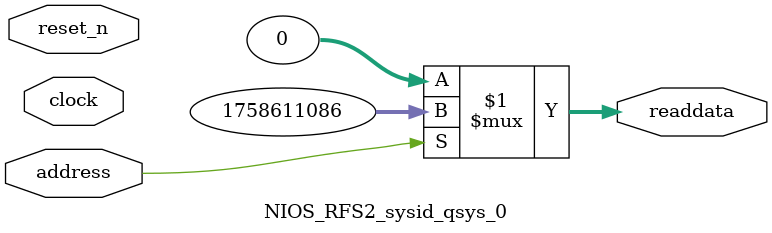
<source format=v>



// synthesis translate_off
`timescale 1ns / 1ps
// synthesis translate_on

// turn off superfluous verilog processor warnings 
// altera message_level Level1 
// altera message_off 10034 10035 10036 10037 10230 10240 10030 

module NIOS_RFS2_sysid_qsys_0 (
               // inputs:
                address,
                clock,
                reset_n,

               // outputs:
                readdata
             )
;

  output  [ 31: 0] readdata;
  input            address;
  input            clock;
  input            reset_n;

  wire    [ 31: 0] readdata;
  //control_slave, which is an e_avalon_slave
  assign readdata = address ? 1758611086 : 0;

endmodule



</source>
